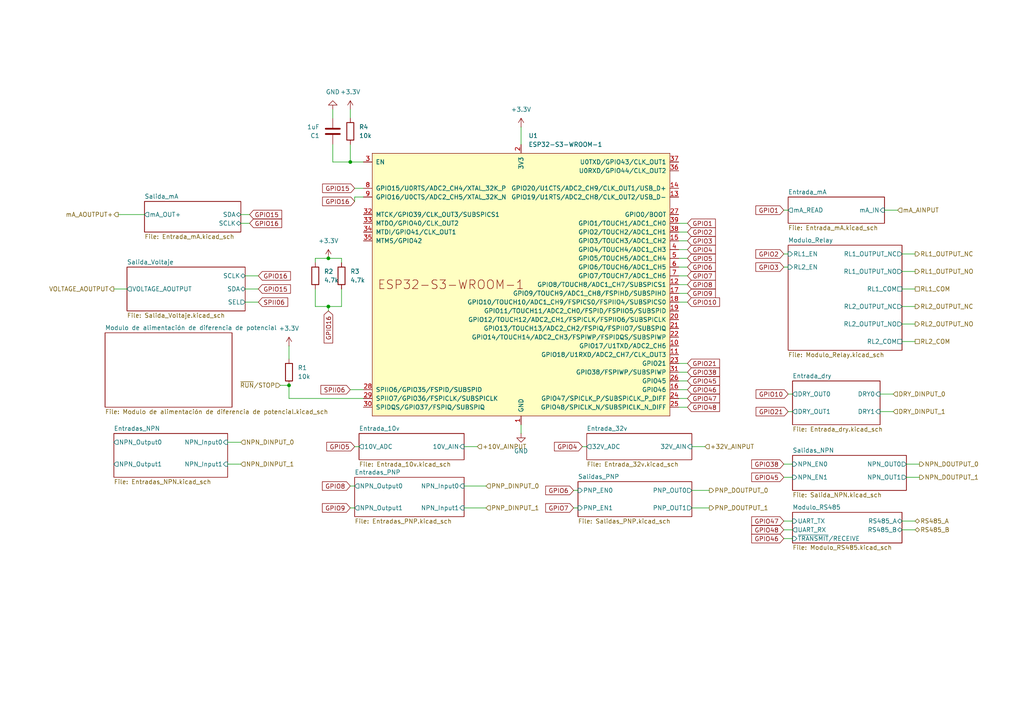
<source format=kicad_sch>
(kicad_sch (version 20250114) (generator "eeschema") (generator_version "9.0")
  (paper "A4")
  (lib_symbols
    (symbol "Device:C" (pin_numbers (hide yes)) (pin_names (offset 0.254))
      (property "Reference" "C" (at 0.635 2.54 0))
      (property "Value" "C" (at 0.635 -2.54 0))
      (symbol "C_0_1"
        (polyline (pts (xy -2.032 0.762) (xy 2.032 0.762)) (stroke (width 0.508)))
        (polyline (pts (xy -2.032 -0.762) (xy 2.032 -0.762)) (stroke (width 0.508)))
      )
      (symbol "C_1_1"
        (pin passive line (at 0 3.81 270) (length 2.794) (name "~") (number "1"))
        (pin passive line (at 0 -3.81 90) (length 2.794) (name "~") (number "2"))
      )
    )
    (symbol "Device:R" (pin_numbers (hide yes)) (pin_names (offset 0))
      (property "Reference" "R" (at 2.032 0 90))
      (property "Value" "R" (at 0 0 90))
      (symbol "R_0_1"
        (rectangle (start -1.016 -2.54) (end 1.016 2.54) (stroke (width 0.254)))
      )
      (symbol "R_1_1"
        (pin passive line (at 0 3.81 270) (length 1.27) (name "~") (number "1"))
        (pin passive line (at 0 -3.81 90) (length 1.27) (name "~") (number "2"))
      )
    )
    (symbol "PCM_Espressif:ESP32-S3-WROOM-1" (pin_names (offset 1.016))
      (property "Reference" "U" (at -43.18 43.18 0))
      (property "Value" "ESP32-S3-WROOM-1" (at -43.18 40.64 0))
      (symbol "ESP32-S3-WROOM-1_0_0"
        (text "ESP32-S3-WROOM-1" (at -20.32 0 0) (effects (font (size 2.54 2.54))))
        (pin input line (at -45.72 35.56 0) (length 2.54) (name "EN") (number "3"))
        (pin bidirectional line (at -45.72 27.94 0) (length 2.54) (name "GPIO15/U0RTS/ADC2_CH4/XTAL_32K_P") (number "8"))
        (pin bidirectional line (at -45.72 25.4 0) (length 2.54) (name "GPIO16/U0CTS/ADC2_CH5/XTAL_32K_N") (number "9"))
        (pin bidirectional line (at -45.72 20.32 0) (length 2.54) (name "MTCK/GPIO39/CLK_OUT3/SUBSPICS1") (number "32"))
        (pin bidirectional line (at -45.72 17.78 0) (length 2.54) (name "MTDO/GPIO40/CLK_OUT2") (number "33"))
        (pin bidirectional line (at -45.72 15.24 0) (length 2.54) (name "MTDI/GPIO41/CLK_OUT1") (number "34"))
        (pin bidirectional line (at -45.72 12.7 0) (length 2.54) (name "MTMS/GPIO42") (number "35"))
        (pin bidirectional line (at -45.72 -30.48 0) (length 2.54) (name "SPIIO6/GPIO35/FSPID/SUBSPID") (number "28"))
        (pin bidirectional line (at -45.72 -33.02 0) (length 2.54) (name "SPIIO7/GPIO36/FSPICLK/SUBSPICLK") (number "29"))
        (pin bidirectional line (at -45.72 -35.56 0) (length 2.54) (name "SPIDQS/GPIO37/FSPIQ/SUBSPIQ") (number "30"))
        (pin power_in line (at 0 40.64 270) (length 2.54) (name "3V3") (number "2"))
        (pin power_in line (at 0 -40.64 90) (length 2.54) (name "GND") (number "1"))
        (pin passive line (at 0 -40.64 90) (length 2.54) (hide yes) (name "GND") (number "40"))
        (pin passive line (at 0 -40.64 90) (length 2.54) (hide yes) (name "GND") (number "41"))
        (pin bidirectional line (at 45.72 35.56 180) (length 2.54) (name "U0TXD/GPIO43/CLK_OUT1") (number "37"))
        (pin bidirectional line (at 45.72 33.02 180) (length 2.54) (name "U0RXD/GPIO44/CLK_OUT2") (number "36"))
        (pin bidirectional line (at 45.72 27.94 180) (length 2.54) (name "GPIO20/U1CTS/ADC2_CH9/CLK_OUT1/USB_D+") (number "14"))
        (pin bidirectional line (at 45.72 25.4 180) (length 2.54) (name "GPIO19/U1RTS/ADC2_CH8/CLK_OUT2/USB_D-") (number "13"))
        (pin bidirectional line (at 45.72 20.32 180) (length 2.54) (name "GPIO0/BOOT") (number "27"))
        (pin bidirectional line (at 45.72 17.78 180) (length 2.54) (name "GPIO1/TOUCH1/ADC1_CH0") (number "39"))
        (pin bidirectional line (at 45.72 15.24 180) (length 2.54) (name "GPIO2/TOUCH2/ADC1_CH1") (number "38"))
        (pin bidirectional line (at 45.72 12.7 180) (length 2.54) (name "GPIO3/TOUCH3/ADC1_CH2") (number "15"))
        (pin bidirectional line (at 45.72 10.16 180) (length 2.54) (name "GPIO4/TOUCH4/ADC1_CH3") (number "4"))
        (pin bidirectional line (at 45.72 7.62 180) (length 2.54) (name "GPIO5/TOUCH5/ADC1_CH4") (number "5"))
        (pin bidirectional line (at 45.72 5.08 180) (length 2.54) (name "GPIO6/TOUCH6/ADC1_CH5") (number "6"))
        (pin bidirectional line (at 45.72 2.54 180) (length 2.54) (name "GPIO7/TOUCH7/ADC1_CH6") (number "7"))
        (pin bidirectional line (at 45.72 0 180) (length 2.54) (name "GPIO8/TOUCH8/ADC1_CH7/SUBSPICS1") (number "12"))
        (pin bidirectional line (at 45.72 -2.54 180) (length 2.54) (name "GPIO9/TOUCH9/ADC1_CH8/FSPIHD/SUBSPIHD") (number "17"))
        (pin bidirectional line (at 45.72 -5.08 180) (length 2.54) (name "GPIO10/TOUCH10/ADC1_CH9/FSPICS0/FSPIIO4/SUBSPICS0") (number "18"))
        (pin bidirectional line (at 45.72 -7.62 180) (length 2.54) (name "GPIO11/TOUCH11/ADC2_CH0/FSPID/FSPIIO5/SUBSPID") (number "19"))
        (pin bidirectional line (at 45.72 -10.16 180) (length 2.54) (name "GPIO12/TOUCH12/ADC2_CH1/FSPICLK/FSPIIO6/SUBSPICLK") (number "20"))
        (pin bidirectional line (at 45.72 -12.7 180) (length 2.54) (name "GPIO13/TOUCH13/ADC2_CH2/FSPIQ/FSPIIO7/SUBSPIQ") (number "21"))
        (pin bidirectional line (at 45.72 -15.24 180) (length 2.54) (name "GPIO14/TOUCH14/ADC2_CH3/FSPIWP/FSPIDQS/SUBSPIWP") (number "22"))
        (pin bidirectional line (at 45.72 -17.78 180) (length 2.54) (name "GPIO17/U1TXD/ADC2_CH6") (number "10"))
        (pin bidirectional line (at 45.72 -20.32 180) (length 2.54) (name "GPIO18/U1RXD/ADC2_CH7/CLK_OUT3") (number "11"))
        (pin bidirectional line (at 45.72 -22.86 180) (length 2.54) (name "GPIO21") (number "23"))
        (pin bidirectional line (at 45.72 -25.4 180) (length 2.54) (name "GPIO38/FSPIWP/SUBSPIWP") (number "31"))
        (pin bidirectional line (at 45.72 -27.94 180) (length 2.54) (name "GPIO45") (number "26"))
        (pin bidirectional line (at 45.72 -30.48 180) (length 2.54) (name "GPIO46") (number "16"))
        (pin bidirectional line (at 45.72 -33.02 180) (length 2.54) (name "GPIO47/SPICLK_P/SUBSPICLK_P_DIFF") (number "24"))
        (pin bidirectional line (at 45.72 -35.56 180) (length 2.54) (name "GPIO48/SPICLK_N/SUBSPICLK_N_DIFF") (number "25"))
      )
      (symbol "ESP32-S3-WROOM-1_0_1"
        (rectangle (start -43.18 38.1) (end 43.18 -38.1) (fill (type background)))
      )
    )
    (symbol "power:+3.3V" (power) (pin_numbers (hide yes)) (pin_names (offset 0) (hide yes))
      (property "Value" "+3.3V" (at 0 3.556 0))
      (symbol "+3.3V_0_1"
        (polyline (pts (xy -0.762 1.27) (xy 0 2.54)))
        (polyline (pts (xy 0 2.54) (xy 0.762 1.27)))
        (polyline (pts (xy 0 0) (xy 0 2.54)))
      )
      (symbol "+3.3V_1_1"
        (pin power_in line (at 0 0 90) (length 0) (name "~") (number "1"))
      )
    )
    (symbol "power:GND" (power) (pin_numbers (hide yes)) (pin_names (offset 0) (hide yes))
      (property "Value" "GND" (at 0 -3.81 0))
      (symbol "GND_0_1"
        (polyline (pts (xy 0 0) (xy 0 -1.27) (xy 1.27 -1.27) (xy 0 -2.54) (xy -1.27 -1.27) (xy 0 -1.27)))
      )
      (symbol "GND_1_1"
        (pin power_in line (at 0 0 270) (length 0) (name "~") (number "1"))
      )
    )
  )
  (junction (at 101.6 46.99))
  (junction (at 95.25 74.93))
  (junction (at 83.82 111.76))
  (junction (at 95.25 88.9))
  (wire (pts (xy 200.66 147.32) (xy 205.74 147.32)))
  (wire (pts (xy 196.85 110.49) (xy 199.39 110.49)))
  (wire (pts (xy 196.85 74.93) (xy 199.39 74.93)))
  (wire (pts (xy 196.85 113.03) (xy 199.39 113.03)))
  (wire (pts (xy 227.33 60.96) (xy 228.6 60.96)))
  (wire (pts (xy 151.13 36.83) (xy 151.13 41.91)))
  (wire (pts (xy 69.85 64.77) (xy 72.39 64.77)))
  (wire (pts (xy 96.52 41.91) (xy 96.52 46.99)))
  (wire (pts (xy 196.85 72.39) (xy 199.39 72.39)))
  (wire (pts (xy 69.85 128.27) (xy 66.04 128.27)))
  (wire (pts (xy 71.12 83.82) (xy 74.93 83.82)))
  (wire (pts (xy 102.87 57.15) (xy 102.87 58.42)))
  (wire (pts (xy 196.85 80.01) (xy 199.39 80.01)))
  (wire (pts (xy 105.41 115.57) (xy 83.82 115.57)))
  (wire (pts (xy 196.85 82.55) (xy 199.39 82.55)))
  (wire (pts (xy 166.37 142.24) (xy 167.64 142.24)))
  (wire (pts (xy 196.85 67.31) (xy 199.39 67.31)))
  (wire (pts (xy 83.82 100.33) (xy 83.82 104.14)))
  (wire (pts (xy 227.33 153.67) (xy 229.87 153.67)))
  (wire (pts (xy 101.6 41.91) (xy 101.6 46.99)))
  (wire (pts (xy 99.06 83.82) (xy 99.06 88.9)))
  (wire (pts (xy 262.89 138.43) (xy 266.7 138.43)))
  (wire (pts (xy 101.6 147.32) (xy 102.87 147.32)))
  (wire (pts (xy 196.85 105.41) (xy 199.39 105.41)))
  (wire (pts (xy 105.41 46.99) (xy 101.6 46.99)))
  (wire (pts (xy 261.62 93.98) (xy 265.43 93.98)))
  (wire (pts (xy 101.6 31.75) (xy 101.6 34.29)))
  (wire (pts (xy 105.41 57.15) (xy 102.87 57.15)))
  (wire (pts (xy 166.37 147.32) (xy 167.64 147.32)))
  (wire (pts (xy 261.62 151.13) (xy 265.43 151.13)))
  (wire (pts (xy 71.12 80.01) (xy 74.93 80.01)))
  (wire (pts (xy 261.62 83.82) (xy 265.43 83.82)))
  (wire (pts (xy 140.97 140.97) (xy 134.62 140.97)))
  (wire (pts (xy 101.6 113.03) (xy 105.41 113.03)))
  (wire (pts (xy 200.66 142.24) (xy 205.74 142.24)))
  (wire (pts (xy 227.33 73.66) (xy 228.6 73.66)))
  (wire (pts (xy 96.52 46.99) (xy 101.6 46.99)))
  (wire (pts (xy 196.85 118.11) (xy 199.39 118.11)))
  (wire (pts (xy 196.85 69.85) (xy 199.39 69.85)))
  (wire (pts (xy 36.83 83.82) (xy 33.02 83.82)))
  (wire (pts (xy 196.85 87.63) (xy 199.39 87.63)))
  (wire (pts (xy 91.44 74.93) (xy 95.25 74.93)))
  (wire (pts (xy 227.33 134.62) (xy 229.87 134.62)))
  (wire (pts (xy 69.85 134.62) (xy 66.04 134.62)))
  (wire (pts (xy 259.08 119.38) (xy 255.27 119.38)))
  (wire (pts (xy 99.06 76.2) (xy 99.06 74.93)))
  (wire (pts (xy 41.91 62.23) (xy 34.29 62.23)))
  (wire (pts (xy 151.13 123.19) (xy 151.13 125.73)))
  (wire (pts (xy 261.62 73.66) (xy 265.43 73.66)))
  (wire (pts (xy 101.6 140.97) (xy 102.87 140.97)))
  (wire (pts (xy 227.33 138.43) (xy 229.87 138.43)))
  (wire (pts (xy 102.87 54.61) (xy 105.41 54.61)))
  (wire (pts (xy 196.85 77.47) (xy 199.39 77.47)))
  (wire (pts (xy 81.28 111.76) (xy 83.82 111.76)))
  (wire (pts (xy 261.62 153.67) (xy 265.43 153.67)))
  (wire (pts (xy 83.82 115.57) (xy 83.82 111.76)))
  (wire (pts (xy 228.6 114.3) (xy 229.87 114.3)))
  (wire (pts (xy 91.44 88.9) (xy 95.25 88.9)))
  (wire (pts (xy 140.97 147.32) (xy 134.62 147.32)))
  (wire (pts (xy 196.85 115.57) (xy 199.39 115.57)))
  (wire (pts (xy 168.91 129.54) (xy 170.18 129.54)))
  (wire (pts (xy 95.25 88.9) (xy 99.06 88.9)))
  (wire (pts (xy 204.47 129.54) (xy 200.66 129.54)))
  (wire (pts (xy 69.85 62.23) (xy 72.39 62.23)))
  (wire (pts (xy 71.12 87.63) (xy 74.93 87.63)))
  (wire (pts (xy 227.33 151.13) (xy 229.87 151.13)))
  (wire (pts (xy 196.85 107.95) (xy 199.39 107.95)))
  (wire (pts (xy 96.52 31.75) (xy 96.52 34.29)))
  (wire (pts (xy 95.25 90.17) (xy 95.25 88.9)))
  (wire (pts (xy 102.87 129.54) (xy 104.14 129.54)))
  (wire (pts (xy 261.62 78.74) (xy 265.43 78.74)))
  (wire (pts (xy 228.6 119.38) (xy 229.87 119.38)))
  (wire (pts (xy 138.43 129.54) (xy 134.62 129.54)))
  (wire (pts (xy 259.08 114.3) (xy 255.27 114.3)))
  (wire (pts (xy 262.89 134.62) (xy 266.7 134.62)))
  (wire (pts (xy 95.25 74.93) (xy 99.06 74.93)))
  (wire (pts (xy 196.85 64.77) (xy 199.39 64.77)))
  (wire (pts (xy 91.44 83.82) (xy 91.44 88.9)))
  (wire (pts (xy 261.62 99.06) (xy 265.43 99.06)))
  (wire (pts (xy 227.33 77.47) (xy 228.6 77.47)))
  (wire (pts (xy 91.44 76.2) (xy 91.44 74.93)))
  (wire (pts (xy 196.85 85.09) (xy 199.39 85.09)))
  (wire (pts (xy 256.54 60.96) (xy 260.35 60.96)))
  (wire (pts (xy 227.33 156.21) (xy 229.87 156.21)))
  (wire (pts (xy 261.62 88.9) (xy 265.43 88.9)))
  (global_label "GPIO8" (shape input) (at 199.39 82.55 0) (property "Intersheetrefs" "${INTERSHEET_REFS}" (effects (hide yes))))
  (global_label "GPIO3" (shape input) (at 199.39 69.85 0) (property "Intersheetrefs" "${INTERSHEET_REFS}" (effects (hide yes))))
  (global_label "GPIO21" (shape input) (at 228.6 119.38 180) (property "Intersheetrefs" "${INTERSHEET_REFS}" (effects (hide yes))))
  (global_label "GPIO15" (shape input) (at 72.39 62.23 0) (property "Intersheetrefs" "${INTERSHEET_REFS}" (effects (hide yes))))
  (global_label "GPIO6" (shape input) (at 199.39 77.47 0) (property "Intersheetrefs" "${INTERSHEET_REFS}" (effects (hide yes))))
  (global_label "GPIO5" (shape input) (at 199.39 74.93 0) (property "Intersheetrefs" "${INTERSHEET_REFS}" (effects (hide yes))))
  (global_label "GPIO3" (shape input) (at 227.33 77.47 180) (property "Intersheetrefs" "${INTERSHEET_REFS}" (effects (hide yes))))
  (global_label "GPIO2" (shape input) (at 199.39 67.31 0) (property "Intersheetrefs" "${INTERSHEET_REFS}" (effects (hide yes))))
  (global_label "SPII06" (shape input) (at 101.6 113.03 180) (property "Intersheetrefs" "${INTERSHEET_REFS}" (effects (hide yes))))
  (global_label "GPIO45" (shape input) (at 227.33 138.43 180) (property "Intersheetrefs" "${INTERSHEET_REFS}" (effects (hide yes))))
  (global_label "GPIO6" (shape input) (at 166.37 142.24 180) (property "Intersheetrefs" "${INTERSHEET_REFS}" (effects (hide yes))))
  (global_label "GPIO16" (shape input) (at 74.93 80.01 0) (property "Intersheetrefs" "${INTERSHEET_REFS}" (effects (hide yes))))
  (global_label "GPIO16" (shape input) (at 72.39 64.77 0) (property "Intersheetrefs" "${INTERSHEET_REFS}" (effects (hide yes))))
  (global_label "GPIO15" (shape input) (at 74.93 83.82 0) (property "Intersheetrefs" "${INTERSHEET_REFS}" (effects (hide yes))))
  (global_label "GPIO38" (shape input) (at 199.39 107.95 0) (property "Intersheetrefs" "${INTERSHEET_REFS}" (effects (hide yes))))
  (global_label "GPIO9" (shape input) (at 199.39 85.09 0) (property "Intersheetrefs" "${INTERSHEET_REFS}" (effects (hide yes))))
  (global_label "GPIO48" (shape input) (at 227.33 153.67 180) (property "Intersheetrefs" "${INTERSHEET_REFS}" (effects (hide yes))))
  (global_label "SPII06" (shape input) (at 74.93 87.63 0) (property "Intersheetrefs" "${INTERSHEET_REFS}" (effects (hide yes))))
  (global_label "GPIO16" (shape input) (at 102.87 58.42 180) (property "Intersheetrefs" "${INTERSHEET_REFS}" (effects (hide yes))))
  (global_label "GPIO45" (shape input) (at 199.39 110.49 0) (property "Intersheetrefs" "${INTERSHEET_REFS}" (effects (hide yes))))
  (global_label "GPIO9" (shape input) (at 101.6 147.32 180) (property "Intersheetrefs" "${INTERSHEET_REFS}" (effects (hide yes))))
  (global_label "GPIO10" (shape input) (at 228.6 114.3 180) (property "Intersheetrefs" "${INTERSHEET_REFS}" (effects (hide yes))))
  (global_label "GPIO10" (shape input) (at 199.39 87.63 0) (property "Intersheetrefs" "${INTERSHEET_REFS}" (effects (hide yes))))
  (global_label "GPIO47" (shape input) (at 227.33 151.13 180) (property "Intersheetrefs" "${INTERSHEET_REFS}" (effects (hide yes))))
  (global_label "GPIO4" (shape input) (at 199.39 72.39 0) (property "Intersheetrefs" "${INTERSHEET_REFS}" (effects (hide yes))))
  (global_label "GPIO16" (shape input) (at 95.25 90.17 270) (property "Intersheetrefs" "${INTERSHEET_REFS}" (effects (hide yes))))
  (global_label "GPIO21" (shape input) (at 199.39 105.41 0) (property "Intersheetrefs" "${INTERSHEET_REFS}" (effects (hide yes))))
  (global_label "GPIO7" (shape input) (at 166.37 147.32 180) (property "Intersheetrefs" "${INTERSHEET_REFS}" (effects (hide yes))))
  (global_label "GPIO38" (shape input) (at 227.33 134.62 180) (property "Intersheetrefs" "${INTERSHEET_REFS}" (effects (hide yes))))
  (global_label "GPIO46" (shape input) (at 199.39 113.03 0) (property "Intersheetrefs" "${INTERSHEET_REFS}" (effects (hide yes))))
  (global_label "GPIO4" (shape input) (at 168.91 129.54 180) (property "Intersheetrefs" "${INTERSHEET_REFS}" (effects (hide yes))))
  (global_label "GPIO1" (shape input) (at 227.33 60.96 180) (property "Intersheetrefs" "${INTERSHEET_REFS}" (effects (hide yes))))
  (global_label "GPIO8" (shape input) (at 101.6 140.97 180) (property "Intersheetrefs" "${INTERSHEET_REFS}" (effects (hide yes))))
  (global_label "GPIO46" (shape input) (at 227.33 156.21 180) (property "Intersheetrefs" "${INTERSHEET_REFS}" (effects (hide yes))))
  (global_label "GPIO15" (shape input) (at 102.87 54.61 180) (property "Intersheetrefs" "${INTERSHEET_REFS}" (effects (hide yes))))
  (global_label "GPIO2" (shape input) (at 227.33 73.66 180) (property "Intersheetrefs" "${INTERSHEET_REFS}" (effects (hide yes))))
  (global_label "GPIO7" (shape input) (at 199.39 80.01 0) (property "Intersheetrefs" "${INTERSHEET_REFS}" (effects (hide yes))))
  (global_label "GPIO1" (shape input) (at 199.39 64.77 0) (property "Intersheetrefs" "${INTERSHEET_REFS}" (effects (hide yes))))
  (global_label "GPIO5" (shape input) (at 102.87 129.54 180) (property "Intersheetrefs" "${INTERSHEET_REFS}" (effects (hide yes))))
  (global_label "GPIO47" (shape input) (at 199.39 115.57 0) (property "Intersheetrefs" "${INTERSHEET_REFS}" (effects (hide yes))))
  (global_label "GPIO48" (shape input) (at 199.39 118.11 0) (property "Intersheetrefs" "${INTERSHEET_REFS}" (effects (hide yes))))
  (hierarchical_label "DRY_DINPUT_1" (shape input) (at 259.08 119.38 0))
  (hierarchical_label "PNP_DOUTPUT_1" (shape output) (at 205.74 147.32 0))
  (hierarchical_label "+10V_AINPUT" (shape input) (at 138.43 129.54 0))
  (hierarchical_label "~{RUN}{slash}STOP" (shape input) (at 81.28 111.76 180))
  (hierarchical_label "NPN_DINPUT_0" (shape input) (at 69.85 128.27 0))
  (hierarchical_label "PNP_DOUTPUT_0" (shape output) (at 205.74 142.24 0))
  (hierarchical_label "RL1_OUTPUT_NC" (shape output) (at 265.43 73.66 0))
  (hierarchical_label "PNP_DINPUT_0" (shape input) (at 140.97 140.97 0))
  (hierarchical_label "RS485_A" (shape bidirectional) (at 265.43 151.13 0))
  (hierarchical_label "RL1_OUTPUT_NO" (shape output) (at 265.43 78.74 0))
  (hierarchical_label "DRY_DINPUT_0" (shape input) (at 259.08 114.3 0))
  (hierarchical_label "PNP_DINPUT_1" (shape input) (at 140.97 147.32 0))
  (hierarchical_label "RL2_COM" (shape passive) (at 265.43 99.06 0))
  (hierarchical_label "VOLTAGE_AOUTPUT" (shape output) (at 33.02 83.82 180))
  (hierarchical_label "RL1_COM" (shape passive) (at 265.43 83.82 0))
  (hierarchical_label "RS485_B" (shape bidirectional) (at 265.43 153.67 0))
  (hierarchical_label "NPN_DINPUT_1" (shape input) (at 69.85 134.62 0))
  (hierarchical_label "NPN_DOUTPUT_0" (shape output) (at 266.7 134.62 0))
  (hierarchical_label "RL2_OUTPUT_NO" (shape output) (at 265.43 93.98 0))
  (hierarchical_label "mA_AINPUT" (shape input) (at 260.35 60.96 0))
  (hierarchical_label "NPN_DOUTPUT_1" (shape output) (at 266.7 138.43 0))
  (hierarchical_label "RL2_OUTPUT_NC" (shape output) (at 265.43 88.9 0))
  (hierarchical_label "+32V_AINPUT" (shape input) (at 204.47 129.54 0))
  (hierarchical_label "mA_AOUTPUT+" (shape output) (at 34.29 62.23 180))
  (symbol (lib_id "power:+3.3V") (at 83.82 100.33 0) (unit 1)
    (property "Reference" "#PWR012" (effects (hide yes)))
    (property "Value" "+3.3V" (at 83.82 95.25 0))
    (property "Description" "Power symbol creates a global label with name \"+3.3V\"" (effects (hide yes)))
    (instances (project "NIVARA" (path "" (reference "#PWR012") (unit 1))) (project "NIVARA_ZorionX_BOARD" (path "" (reference "#PWR?") (unit 1))))
  )
  (symbol (lib_id "power:GND") (at 96.52 31.75 180) (unit 1)
    (property "Reference" "#PWR014" (effects (hide yes)))
    (property "Value" "GND" (at 96.52 26.67 0))
    (property "Description" "Power symbol creates a global label with name \"GND\" , ground" (effects (hide yes)))
    (instances (project "NIVARA" (path "" (reference "#PWR014") (unit 1))) (project "NIVARA_ZorionX_BOARD" (path "" (reference "#PWR?") (unit 1))))
  )
  (symbol (lib_id "Device:R") (at 99.06 80.01 0) (unit 1)
    (property "Reference" "R3" (at 101.6 78.7399 0) (effects (justify left)))
    (property "Value" "4.7k" (at 101.6 81.2799 0) (effects (justify left)))
    (property "Footprint" "Resistor_SMD:R_0603_1608Metric" (effects (hide yes)))
    (property "Description" "Resistor" (effects (hide yes)))
    (instances (project "NIVARA" (path "" (reference "R3") (unit 1))) (project "NIVARA_ZorionX_BOARD" (path "" (reference "R?") (unit 1))))
  )
  (symbol (lib_id "Device:R") (at 101.6 38.1 0) (unit 1)
    (property "Reference" "R4" (at 104.14 36.8299 0) (effects (justify left)))
    (property "Value" "10k" (at 104.14 39.3699 0) (effects (justify left)))
    (property "Footprint" "Resistor_SMD:R_0603_1608Metric" (effects (hide yes)))
    (property "Description" "Resistor" (effects (hide yes)))
    (instances (project "" (path "" (reference "R4") (unit 1))) (project "NIVARA_ZorionX_BOARD" (path "" (reference "R?") (unit 1))))
  )
  (symbol (lib_id "power:GND") (at 151.13 125.73 0) (unit 1)
    (property "Reference" "#PWR017" (effects (hide yes)))
    (property "Value" "GND" (at 151.13 130.81 0))
    (property "Description" "Power symbol creates a global label with name \"GND\" , ground" (effects (hide yes)))
    (instances (project "" (path "" (reference "#PWR017") (unit 1))) (project "NIVARA_ZorionX_BOARD" (path "" (reference "#PWR?") (unit 1))))
  )
  (symbol (lib_id "Device:C") (at 96.52 38.1 0) (mirror x) (unit 1)
    (property "Reference" "C1" (at 92.71 39.3701 0) (effects (justify right)))
    (property "Value" "1uF" (at 92.71 36.8301 0) (effects (justify right)))
    (property "Footprint" "Capacitor_SMD:C_0805_2012Metric" (effects (hide yes)))
    (property "Description" "Unpolarized capacitor" (effects (hide yes)))
    (instances (project "" (path "" (reference "C1") (unit 1))) (project "NIVARA_ZorionX_BOARD" (path "" (reference "C?") (unit 1))))
  )
  (symbol (lib_id "Device:R") (at 91.44 80.01 0) (unit 1)
    (property "Reference" "R2" (at 93.98 78.7399 0) (effects (justify left)))
    (property "Value" "4.7k" (at 93.98 81.2799 0) (effects (justify left)))
    (property "Footprint" "Resistor_SMD:R_0603_1608Metric" (effects (hide yes)))
    (property "Description" "Resistor" (effects (hide yes)))
    (instances (project "NIVARA" (path "" (reference "R2") (unit 1))) (project "NIVARA_ZorionX_BOARD" (path "" (reference "R?") (unit 1))))
  )
  (symbol (lib_id "power:+3.3V") (at 151.13 36.83 0) (unit 1)
    (property "Reference" "#PWR016" (effects (hide yes)))
    (property "Value" "+3.3V" (at 151.13 31.75 0))
    (property "Description" "Power symbol creates a global label with name \"+3.3V\"" (effects (hide yes)))
    (instances (project "" (path "" (reference "#PWR016") (unit 1))) (project "NIVARA_ZorionX_BOARD" (path "" (reference "#PWR?") (unit 1))))
  )
  (symbol (lib_id "PCM_Espressif:ESP32-S3-WROOM-1") (at 151.13 82.55 0) (unit 1)
    (property "Reference" "U1" (at 153.2733 39.37 0) (effects (justify left)))
    (property "Value" "ESP32-S3-WROOM-1" (at 153.2733 41.91 0) (effects (justify left)))
    (property "Footprint" "PCM_Espressif:ESP32-S3-WROOM-1" (effects (hide yes)))
    (property "Datasheet" "https://www.espressif.com/sites/default/files/documentation/esp32-s3-wroom-1_wroom-1u_datasheet_en.pdf" (effects (hide yes)))
    (property "Description" "2.4 GHz WiFi (802.11 b/g/n) and Bluetooth ® 5 (LE) module Built around ESP32S3 series of SoCs, Xtensa ® dualcore 32bit LX7 microprocessor Flash up to 16 MB, PSRAM up to 8 MB 36 GPIOs, rich set of peripherals Onboard PCB antenna" (effects (hide yes)))
    (instances (project "" (path "" (reference "U1") (unit 1))) (project "NIVARA_ZorionX_BOARD" (path "" (reference "U?") (unit 1))))
  )
  (symbol (lib_id "Device:R") (at 83.82 107.95 0) (unit 1)
    (property "Reference" "R1" (at 86.36 106.6799 0) (effects (justify left)))
    (property "Value" "10k" (at 86.36 109.2199 0) (effects (justify left)))
    (property "Footprint" "Resistor_SMD:R_0603_1608Metric" (effects (hide yes)))
    (property "Description" "Resistor" (effects (hide yes)))
    (instances (project "NIVARA" (path "" (reference "R1") (unit 1))) (project "NIVARA_ZorionX_BOARD" (path "" (reference "R?") (unit 1))))
  )
  (symbol (lib_id "power:+3.3V") (at 95.25 74.93 0) (unit 1)
    (property "Reference" "#PWR013" (effects (hide yes)))
    (property "Value" "+3.3V" (at 95.25 69.85 0))
    (property "Description" "Power symbol creates a global label with name \"+3.3V\"" (effects (hide yes)))
    (instances (project "NIVARA" (path "" (reference "#PWR013") (unit 1))) (project "NIVARA_ZorionX_BOARD" (path "" (reference "#PWR?") (unit 1))))
  )
  (symbol (lib_id "power:+3.3V") (at 101.6 31.75 0) (unit 1)
    (property "Reference" "#PWR015" (effects (hide yes)))
    (property "Value" "+3.3V" (at 101.6 26.67 0))
    (property "Description" "Power symbol creates a global label with name \"+3.3V\"" (effects (hide yes)))
    (instances (project "NIVARA" (path "" (reference "#PWR015") (unit 1))) (project "NIVARA_ZorionX_BOARD" (path "" (reference "#PWR?") (unit 1))))
  )
  (sheet (at 36.83 77.47) (size 34.29 12.7) (stroke (width 0.1524))
    (property "Sheetname" "Salida_Voltaje" (at 36.83 76.7584 0) (effects (justify left bottom)))
    (property "Sheetfile" "Salida_Voltaje.kicad_sch" (at 36.83 90.7546 0) (effects (justify left top)))
    (pin "SCLK" bidirectional (at 71.12 80.01 0))
    (pin "SDA" bidirectional (at 71.12 83.82 0))
    (pin "SEL" output (at 71.12 87.63 0))
    (pin "VOLTAGE_AOUTPUT" output (at 36.83 83.82 180))
  )
  (sheet (at 102.87 138.43) (size 31.75 11.43) (stroke (width 0.1524))
    (property "Sheetname" "Entradas_PNP" (at 102.87 137.7184 0) (effects (justify left bottom)))
    (property "Sheetfile" "Entradas_PNP.kicad_sch" (at 102.87 150.4446 0) (effects (justify left top)))
    (pin "NPN_Input0" input (at 134.62 140.97 0))
    (pin "NPN_Input1" input (at 134.62 147.32 0))
    (pin "NPN_Output0" output (at 102.87 140.97 180))
    (pin "NPN_Output1" output (at 102.87 147.32 180))
  )
  (sheet (at 229.87 110.49) (size 25.4 12.7) (stroke (width 0.1524))
    (property "Sheetname" "Entrada_dry" (at 229.87 109.7784 0) (effects (justify left bottom)))
    (property "Sheetfile" "Entrada_dry.kicad_sch" (at 229.87 123.7746 0) (effects (justify left top)))
    (pin "DRY0" input (at 255.27 114.3 0))
    (pin "DRY1" input (at 255.27 119.38 0))
    (pin "DRY_OUT0" output (at 229.87 114.3 180))
    (pin "DRY_OUT1" output (at 229.87 119.38 180))
  )
  (sheet (at 229.87 148.59) (size 31.75 8.89) (stroke (width 0.1524))
    (property "Sheetname" "Modulo_RS485" (at 229.87 147.8784 0) (effects (justify left bottom)))
    (property "Sheetfile" "Modulo_RS485.kicad_sch" (at 229.87 158.0646 0) (effects (justify left top)))
    (pin "RS485_A" bidirectional (at 261.62 151.13 0))
    (pin "RS485_B" bidirectional (at 261.62 153.67 0))
    (pin "UART_TX" input (at 229.87 151.13 180))
    (pin "UART_RX" output (at 229.87 153.67 180))
    (pin "~{TRANSMIT}{slash}RECEIVE" input (at 229.87 156.21 180))
  )
  (sheet (at 229.87 132.08) (size 33.02 10.16) (stroke (width 0.1524))
    (property "Sheetname" "Salidas_NPN" (at 229.87 131.3684 0) (effects (justify left bottom)))
    (property "Sheetfile" "Salida_NPN.kicad_sch" (at 229.87 142.8246 0) (effects (justify left top)))
    (pin "NPN_OUT0" output (at 262.89 134.62 0))
    (pin "NPN_OUT1" output (at 262.89 138.43 0))
    (pin "NPN_EN0" input (at 229.87 134.62 180))
    (pin "NPN_EN1" input (at 229.87 138.43 180))
  )
  (sheet (at 167.64 139.7) (size 33.02 10.16) (stroke (width 0.1524))
    (property "Sheetname" "Salidas_PNP" (at 167.64 138.9884 0) (effects (justify left bottom)))
    (property "Sheetfile" "Salidas_PNP.kicad_sch" (at 167.64 150.4446 0) (effects (justify left top)))
    (pin "PNP_OUT0" output (at 200.66 142.24 0))
    (pin "PNP_OUT1" output (at 200.66 147.32 0))
    (pin "PNP_EN0" input (at 167.64 142.24 180))
    (pin "PNP_EN1" input (at 167.64 147.32 180))
  )
  (sheet (at 228.6 71.12) (size 33.02 30.48) (stroke (width 0.1524))
    (property "Sheetname" "Modulo_Relay" (at 228.6 70.4084 0) (effects (justify left bottom)))
    (property "Sheetfile" "Modulo_Relay.kicad_sch" (at 228.6 102.1846 0) (effects (justify left top)))
    (pin "RL1_COM" passive (at 261.62 83.82 0))
    (pin "RL1_EN" input (at 228.6 73.66 180))
    (pin "RL1_OUTPUT_NC" output (at 261.62 73.66 0))
    (pin "RL1_OUTPUT_NO" output (at 261.62 78.74 0))
    (pin "RL2_COM" passive (at 261.62 99.06 0))
    (pin "RL2_EN" input (at 228.6 77.47 180))
    (pin "RL2_OUTPUT_NC" output (at 261.62 88.9 0))
    (pin "RL2_OUTPUT_NO" output (at 261.62 93.98 0))
  )
  (sheet (at 228.6 57.15) (size 27.94 7.62) (stroke (width 0.1524))
    (property "Sheetname" "Entrada_mA" (at 228.6 56.4384 0) (effects (justify left bottom)))
    (property "Sheetfile" "Entrada_mA.kicad_sch" (at 228.6 65.3546 0) (effects (justify left top)))
    (pin "mA_IN" input (at 256.54 60.96 0))
    (pin "mA_READ" output (at 228.6 60.96 180))
  )
  (sheet (at 30.48 96.52) (size 36.83 21.59) (stroke (width 0.1524))
    (property "Sheetname" "Modulo de alimentación de diferencia de potencial" (at 30.48 95.8084 0) (effects (justify left bottom)))
    (property "Sheetfile" "Modulo de alimentación de diferencia de potencial.kicad_sch" (at 30.48 118.6946 0) (effects (justify left top)))
  )
  (sheet (at 104.14 125.73) (size 30.48 7.62) (stroke (width 0.1524))
    (property "Sheetname" "Entrada_10v" (at 104.14 125.0184 0) (effects (justify left bottom)))
    (property "Sheetfile" "Entrada_10v.kicad_sch" (at 104.14 133.9346 0) (effects (justify left top)))
    (pin "10V_ADC" output (at 104.14 129.54 180))
    (pin "10V_AIN" input (at 134.62 129.54 0))
  )
  (sheet (at 41.91 58.42) (size 27.94 8.89) (stroke (width 0.1524))
    (property "Sheetname" "Salida_mA" (at 41.91 57.7084 0) (effects (justify left bottom)))
    (property "Sheetfile" "Entrada_mA.kicad_sch" (at 41.91 67.8946 0) (effects (justify left top)))
    (pin "mA_OUT+" output (at 41.91 62.23 180))
    (pin "SCLK" bidirectional (at 69.85 64.77 0))
    (pin "SDA" bidirectional (at 69.85 62.23 0))
  )
  (sheet (at 170.18 125.73) (size 30.48 7.62) (stroke (width 0.1524))
    (property "Sheetname" "Entrada_32v" (at 170.18 125.0184 0) (effects (justify left bottom)))
    (property "Sheetfile" "Entrada_32v.kicad_sch" (at 170.18 133.9346 0) (effects (justify left top)))
    (pin "32V_ADC" output (at 170.18 129.54 180))
    (pin "32V_AIN" input (at 200.66 129.54 0))
  )
  (sheet (at 33.02 125.73) (size 33.02 12.7) (stroke (width 0.1524))
    (property "Sheetname" "Entradas_NPN" (at 33.02 125.0184 0) (effects (justify left bottom)))
    (property "Sheetfile" "Entradas_NPN.kicad_sch" (at 33.02 139.0146 0) (effects (justify left top)))
    (pin "NPN_Input0" input (at 66.04 128.27 0))
    (pin "NPN_Input1" input (at 66.04 134.62 0))
    (pin "NPN_Output0" output (at 33.02 128.27 180))
    (pin "NPN_Output1" output (at 33.02 134.62 180))
  )
)
</source>
